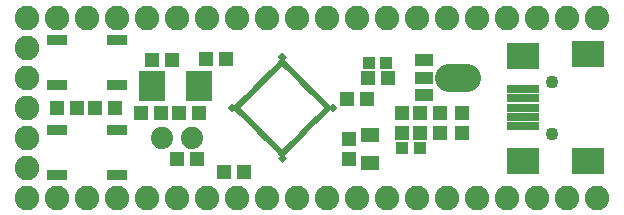
<source format=gts>
G75*
G70*
%OFA0B0*%
%FSLAX24Y24*%
%IPPOS*%
%LPD*%
%AMOC8*
5,1,8,0,0,1.08239X$1,22.5*
%
%ADD10R,0.0474X0.0513*%
%ADD11R,0.0513X0.0474*%
%ADD12R,0.0395X0.0395*%
%ADD13R,0.0680X0.0380*%
%ADD14R,0.1064X0.0277*%
%ADD15R,0.1064X0.0867*%
%ADD16C,0.0434*%
%ADD17R,0.0867X0.1025*%
%ADD18C,0.0740*%
%ADD19C,0.0820*%
%ADD20C,0.0946*%
%ADD21R,0.0620X0.0413*%
%ADD22R,0.0198X0.0198*%
%ADD23R,0.0217X0.0217*%
%ADD24R,0.0592X0.0493*%
D10*
X011371Y001937D03*
X011371Y002606D03*
X013151Y002817D03*
X013751Y002817D03*
X014411Y002817D03*
X015151Y002817D03*
X015151Y003486D03*
X014411Y003486D03*
X013751Y003486D03*
X013151Y003486D03*
D11*
X011966Y003931D03*
X011297Y003931D03*
X011997Y004651D03*
X012666Y004651D03*
X007266Y005271D03*
X006597Y005271D03*
X005486Y005251D03*
X004817Y005251D03*
X003586Y003651D03*
X002917Y003651D03*
X002306Y003651D03*
X001637Y003651D03*
X004457Y003471D03*
X005126Y003471D03*
X005717Y003471D03*
X006386Y003471D03*
X006326Y001951D03*
X005657Y001951D03*
X007225Y001499D03*
X007894Y001499D03*
D12*
X013156Y002291D03*
X013746Y002291D03*
X012626Y005151D03*
X012036Y005151D03*
D13*
X003651Y004401D03*
X001651Y004401D03*
X001651Y005901D03*
X003651Y005901D03*
X003651Y002901D03*
X001651Y002901D03*
X001651Y001401D03*
X003651Y001401D03*
D14*
X017167Y003021D03*
X017167Y003336D03*
X017167Y003651D03*
X017167Y003966D03*
X017167Y004281D03*
D15*
X017167Y005383D03*
X019332Y005423D03*
X019332Y001880D03*
X017167Y001880D03*
D16*
X018151Y002785D03*
X018151Y004517D03*
D17*
X006379Y004371D03*
X004804Y004371D03*
D18*
X005151Y002651D03*
X006151Y002651D03*
D19*
X000651Y000651D03*
X001651Y000651D03*
X002651Y000651D03*
X003651Y000651D03*
X004651Y000651D03*
X005651Y000651D03*
X006651Y000651D03*
X007651Y000651D03*
X008651Y000651D03*
X009651Y000651D03*
X010651Y000651D03*
X011651Y000651D03*
X012651Y000651D03*
X013651Y000651D03*
X014651Y000651D03*
X015651Y000651D03*
X016651Y000651D03*
X017651Y000651D03*
X018651Y000651D03*
X019651Y000651D03*
X019651Y006651D03*
X018651Y006651D03*
X017651Y006651D03*
X016651Y006651D03*
X015651Y006651D03*
X014651Y006651D03*
X013651Y006651D03*
X012651Y006651D03*
X011651Y006651D03*
X010651Y006651D03*
X009651Y006651D03*
X008651Y006651D03*
X007651Y006651D03*
X006651Y006651D03*
X005651Y006651D03*
X004651Y006651D03*
X003651Y006651D03*
X002651Y006651D03*
X001651Y006651D03*
X000651Y006651D03*
X000651Y005651D03*
X000651Y004651D03*
X000651Y003651D03*
X000651Y002651D03*
X000651Y001651D03*
D20*
X014726Y004651D02*
X015316Y004651D01*
D21*
X013869Y004651D03*
X013869Y004061D03*
X013869Y005242D03*
D22*
G36*
X010404Y004070D02*
X010544Y003930D01*
X010404Y003790D01*
X010264Y003930D01*
X010404Y004070D01*
G37*
G36*
X010265Y004209D02*
X010405Y004069D01*
X010265Y003929D01*
X010125Y004069D01*
X010265Y004209D01*
G37*
G36*
X010126Y004348D02*
X010266Y004208D01*
X010126Y004068D01*
X009986Y004208D01*
X010126Y004348D01*
G37*
G36*
X009986Y004487D02*
X010126Y004347D01*
X009986Y004207D01*
X009846Y004347D01*
X009986Y004487D01*
G37*
G36*
X009847Y004626D02*
X009987Y004486D01*
X009847Y004346D01*
X009707Y004486D01*
X009847Y004626D01*
G37*
G36*
X009708Y004766D02*
X009848Y004626D01*
X009708Y004486D01*
X009568Y004626D01*
X009708Y004766D01*
G37*
G36*
X009569Y004905D02*
X009709Y004765D01*
X009569Y004625D01*
X009429Y004765D01*
X009569Y004905D01*
G37*
G36*
X009430Y005044D02*
X009570Y004904D01*
X009430Y004764D01*
X009290Y004904D01*
X009430Y005044D01*
G37*
G36*
X009290Y005183D02*
X009430Y005043D01*
X009290Y004903D01*
X009150Y005043D01*
X009290Y005183D01*
G37*
G36*
X009151Y005322D02*
X009291Y005182D01*
X009151Y005042D01*
X009011Y005182D01*
X009151Y005322D01*
G37*
G36*
X009012Y005183D02*
X009152Y005043D01*
X009012Y004903D01*
X008872Y005043D01*
X009012Y005183D01*
G37*
G36*
X008873Y005044D02*
X009013Y004904D01*
X008873Y004764D01*
X008733Y004904D01*
X008873Y005044D01*
G37*
G36*
X008734Y004905D02*
X008874Y004765D01*
X008734Y004625D01*
X008594Y004765D01*
X008734Y004905D01*
G37*
G36*
X008594Y004766D02*
X008734Y004626D01*
X008594Y004486D01*
X008454Y004626D01*
X008594Y004766D01*
G37*
G36*
X008455Y004626D02*
X008595Y004486D01*
X008455Y004346D01*
X008315Y004486D01*
X008455Y004626D01*
G37*
G36*
X008316Y004487D02*
X008456Y004347D01*
X008316Y004207D01*
X008176Y004347D01*
X008316Y004487D01*
G37*
G36*
X008177Y004348D02*
X008317Y004208D01*
X008177Y004068D01*
X008037Y004208D01*
X008177Y004348D01*
G37*
G36*
X008038Y004209D02*
X008178Y004069D01*
X008038Y003929D01*
X007898Y004069D01*
X008038Y004209D01*
G37*
G36*
X007898Y004070D02*
X008038Y003930D01*
X007898Y003790D01*
X007758Y003930D01*
X007898Y004070D01*
G37*
G36*
X007759Y003930D02*
X007899Y003790D01*
X007759Y003650D01*
X007619Y003790D01*
X007759Y003930D01*
G37*
G36*
X007620Y003791D02*
X007760Y003651D01*
X007620Y003511D01*
X007480Y003651D01*
X007620Y003791D01*
G37*
G36*
X007759Y003652D02*
X007899Y003512D01*
X007759Y003372D01*
X007619Y003512D01*
X007759Y003652D01*
G37*
G36*
X007898Y003513D02*
X008038Y003373D01*
X007898Y003233D01*
X007758Y003373D01*
X007898Y003513D01*
G37*
G36*
X008038Y003374D02*
X008178Y003234D01*
X008038Y003094D01*
X007898Y003234D01*
X008038Y003374D01*
G37*
G36*
X008177Y003234D02*
X008317Y003094D01*
X008177Y002954D01*
X008037Y003094D01*
X008177Y003234D01*
G37*
G36*
X008316Y003095D02*
X008456Y002955D01*
X008316Y002815D01*
X008176Y002955D01*
X008316Y003095D01*
G37*
G36*
X008455Y002956D02*
X008595Y002816D01*
X008455Y002676D01*
X008315Y002816D01*
X008455Y002956D01*
G37*
G36*
X008594Y002817D02*
X008734Y002677D01*
X008594Y002537D01*
X008454Y002677D01*
X008594Y002817D01*
G37*
G36*
X008734Y002678D02*
X008874Y002538D01*
X008734Y002398D01*
X008594Y002538D01*
X008734Y002678D01*
G37*
G36*
X008873Y002538D02*
X009013Y002398D01*
X008873Y002258D01*
X008733Y002398D01*
X008873Y002538D01*
G37*
G36*
X009430Y002538D02*
X009570Y002398D01*
X009430Y002258D01*
X009290Y002398D01*
X009430Y002538D01*
G37*
G36*
X009569Y002678D02*
X009709Y002538D01*
X009569Y002398D01*
X009429Y002538D01*
X009569Y002678D01*
G37*
G36*
X009708Y002817D02*
X009848Y002677D01*
X009708Y002537D01*
X009568Y002677D01*
X009708Y002817D01*
G37*
G36*
X009847Y002956D02*
X009987Y002816D01*
X009847Y002676D01*
X009707Y002816D01*
X009847Y002956D01*
G37*
G36*
X009986Y003095D02*
X010126Y002955D01*
X009986Y002815D01*
X009846Y002955D01*
X009986Y003095D01*
G37*
G36*
X010126Y003234D02*
X010266Y003094D01*
X010126Y002954D01*
X009986Y003094D01*
X010126Y003234D01*
G37*
G36*
X010265Y003374D02*
X010405Y003234D01*
X010265Y003094D01*
X010125Y003234D01*
X010265Y003374D01*
G37*
G36*
X010404Y003513D02*
X010544Y003373D01*
X010404Y003233D01*
X010264Y003373D01*
X010404Y003513D01*
G37*
G36*
X010543Y003652D02*
X010683Y003512D01*
X010543Y003372D01*
X010403Y003512D01*
X010543Y003652D01*
G37*
G36*
X010682Y003791D02*
X010822Y003651D01*
X010682Y003511D01*
X010542Y003651D01*
X010682Y003791D01*
G37*
G36*
X010543Y003930D02*
X010683Y003790D01*
X010543Y003650D01*
X010403Y003790D01*
X010543Y003930D01*
G37*
G36*
X009290Y002399D02*
X009430Y002259D01*
X009290Y002119D01*
X009150Y002259D01*
X009290Y002399D01*
G37*
G36*
X009012Y002399D02*
X009152Y002259D01*
X009012Y002119D01*
X008872Y002259D01*
X009012Y002399D01*
G37*
G36*
X009151Y002260D02*
X009291Y002120D01*
X009151Y001980D01*
X009011Y002120D01*
X009151Y002260D01*
G37*
D23*
G36*
X009151Y002119D02*
X009303Y001967D01*
X009151Y001815D01*
X008999Y001967D01*
X009151Y002119D01*
G37*
G36*
X007467Y003803D02*
X007619Y003651D01*
X007467Y003499D01*
X007315Y003651D01*
X007467Y003803D01*
G37*
G36*
X010835Y003803D02*
X010987Y003651D01*
X010835Y003499D01*
X010683Y003651D01*
X010835Y003803D01*
G37*
G36*
X009151Y005487D02*
X009303Y005335D01*
X009151Y005183D01*
X008999Y005335D01*
X009151Y005487D01*
G37*
D24*
X012091Y002734D03*
X012091Y001809D03*
M02*

</source>
